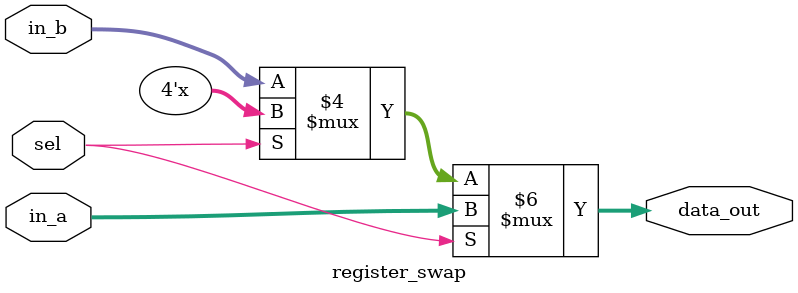
<source format=v>

`timescale 1ns/100ps

module register_swap(in_a, in_b, sel, data_out);

	/*
 	 * 	SWAP REG REGISTER FILE - swap_reg.v
 	 *	Inputs:	
 	 *		-in_a (4bits): Address of Rs 
 	 *		-in_b (4bits): Address of Rt
 	 *		-sel 1 bit: multiplexer inputs into rf (0 -> swap rs;) (1-> swap rt;)
 	 *	OUTPUTS:
 	 *		-data_out (4bits): Address of register to be swapped
 	 */

input [3:0] in_a;
input [3:0] in_b;
input sel;

output [3:0] data_out;
reg [3:0] data_out;

always @ (in_a, in_b, sel)
begin
	if(sel == 1'b0)
	begin
		data_out <= in_b;
	end
	if(sel == 1'b1)
	begin
		data_out <= in_a;
	end
end

endmodule
</source>
